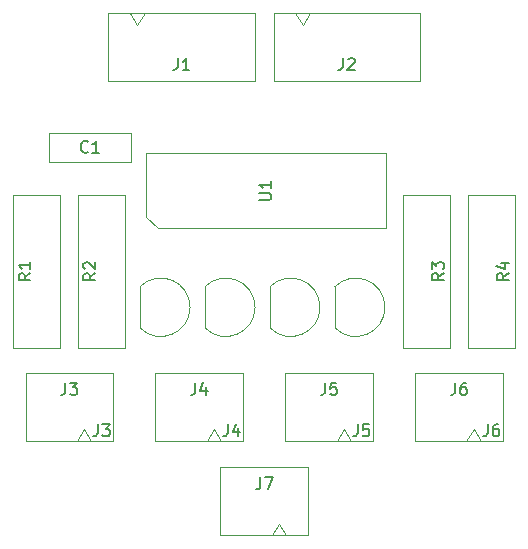
<source format=gbr>
G04 #@! TF.GenerationSoftware,KiCad,Pcbnew,5.1.6-c6e7f7d~87~ubuntu20.04.1*
G04 #@! TF.CreationDate,2020-08-21T14:36:32+01:00*
G04 #@! TF.ProjectId,4_switch_array,345f7377-6974-4636-985f-61727261792e,rev?*
G04 #@! TF.SameCoordinates,Original*
G04 #@! TF.FileFunction,Other,Fab,Top*
%FSLAX46Y46*%
G04 Gerber Fmt 4.6, Leading zero omitted, Abs format (unit mm)*
G04 Created by KiCad (PCBNEW 5.1.6-c6e7f7d~87~ubuntu20.04.1) date 2020-08-21 14:36:32*
%MOMM*%
%LPD*%
G01*
G04 APERTURE LIST*
%ADD10C,0.100000*%
%ADD11C,0.150000*%
G04 APERTURE END LIST*
D10*
X136730000Y-52865000D02*
X136730000Y-47515000D01*
X136730000Y-47515000D02*
X157050000Y-47515000D01*
X157050000Y-47515000D02*
X157050000Y-53865000D01*
X157050000Y-53865000D02*
X137730000Y-53865000D01*
X137730000Y-53865000D02*
X136730000Y-52865000D01*
X164500000Y-70850000D02*
X163875000Y-71850000D01*
X165125000Y-71850000D02*
X164500000Y-70850000D01*
X159550000Y-71850000D02*
X166950000Y-71850000D01*
X159550000Y-66100000D02*
X159550000Y-71850000D01*
X166950000Y-66100000D02*
X159550000Y-66100000D01*
X166950000Y-71850000D02*
X166950000Y-66100000D01*
X135500000Y-48250000D02*
X135500000Y-45750000D01*
X135500000Y-45750000D02*
X128500000Y-45750000D01*
X128500000Y-45750000D02*
X128500000Y-48250000D01*
X128500000Y-48250000D02*
X135500000Y-48250000D01*
X129500000Y-64000000D02*
X129500000Y-51000000D01*
X125500000Y-64000000D02*
X129500000Y-64000000D01*
X125500000Y-51000000D02*
X125500000Y-64000000D01*
X129500000Y-51000000D02*
X125500000Y-51000000D01*
X162500000Y-64000000D02*
X162500000Y-51000000D01*
X158500000Y-64000000D02*
X162500000Y-64000000D01*
X158500000Y-51000000D02*
X158500000Y-64000000D01*
X162500000Y-51000000D02*
X158500000Y-51000000D01*
X135000000Y-64000000D02*
X135000000Y-51000000D01*
X131000000Y-64000000D02*
X135000000Y-64000000D01*
X131000000Y-51000000D02*
X131000000Y-64000000D01*
X135000000Y-51000000D02*
X131000000Y-51000000D01*
X168000000Y-64000000D02*
X168000000Y-51000000D01*
X164000000Y-64000000D02*
X168000000Y-64000000D01*
X164000000Y-51000000D02*
X164000000Y-64000000D01*
X168000000Y-51000000D02*
X164000000Y-51000000D01*
X141750000Y-58800000D02*
X141750000Y-62300000D01*
X141746375Y-62293625D02*
G75*
G03*
X145980000Y-60540000I1753625J1753625D01*
G01*
X141746375Y-58786375D02*
G75*
G02*
X145980000Y-60540000I1753625J-1753625D01*
G01*
X152750000Y-58800000D02*
X152750000Y-62300000D01*
X152746375Y-62293625D02*
G75*
G03*
X156980000Y-60540000I1753625J1753625D01*
G01*
X152746375Y-58786375D02*
G75*
G02*
X156980000Y-60540000I1753625J-1753625D01*
G01*
X136250000Y-58800000D02*
X136250000Y-62300000D01*
X136246375Y-62293625D02*
G75*
G03*
X140480000Y-60540000I1753625J1753625D01*
G01*
X136246375Y-58786375D02*
G75*
G02*
X140480000Y-60540000I1753625J-1753625D01*
G01*
X147250000Y-58800000D02*
X147250000Y-62300000D01*
X147246375Y-62293625D02*
G75*
G03*
X151480000Y-60540000I1753625J1753625D01*
G01*
X147246375Y-58786375D02*
G75*
G02*
X151480000Y-60540000I1753625J-1753625D01*
G01*
X150450000Y-79850000D02*
X150450000Y-74100000D01*
X150450000Y-74100000D02*
X143050000Y-74100000D01*
X143050000Y-74100000D02*
X143050000Y-79850000D01*
X143050000Y-79850000D02*
X150450000Y-79850000D01*
X148625000Y-79850000D02*
X148000000Y-78850000D01*
X148000000Y-78850000D02*
X147375000Y-79850000D01*
X142500000Y-70850000D02*
X141875000Y-71850000D01*
X143125000Y-71850000D02*
X142500000Y-70850000D01*
X137550000Y-71850000D02*
X144950000Y-71850000D01*
X137550000Y-66100000D02*
X137550000Y-71850000D01*
X144950000Y-66100000D02*
X137550000Y-66100000D01*
X144950000Y-71850000D02*
X144950000Y-66100000D01*
X153500000Y-70850000D02*
X152875000Y-71850000D01*
X154125000Y-71850000D02*
X153500000Y-70850000D01*
X148550000Y-71850000D02*
X155950000Y-71850000D01*
X148550000Y-66100000D02*
X148550000Y-71850000D01*
X155950000Y-66100000D02*
X148550000Y-66100000D01*
X155950000Y-71850000D02*
X155950000Y-66100000D01*
X131500000Y-70850000D02*
X130875000Y-71850000D01*
X132125000Y-71850000D02*
X131500000Y-70850000D01*
X126550000Y-71850000D02*
X133950000Y-71850000D01*
X126550000Y-66100000D02*
X126550000Y-71850000D01*
X133950000Y-66100000D02*
X126550000Y-66100000D01*
X133950000Y-71850000D02*
X133950000Y-66100000D01*
X147550000Y-35650000D02*
X147550000Y-41400000D01*
X147550000Y-41400000D02*
X159950000Y-41400000D01*
X159950000Y-41400000D02*
X159950000Y-35650000D01*
X159950000Y-35650000D02*
X147550000Y-35650000D01*
X149375000Y-35650000D02*
X150000000Y-36650000D01*
X150000000Y-36650000D02*
X150625000Y-35650000D01*
X133550000Y-35650000D02*
X133550000Y-41400000D01*
X133550000Y-41400000D02*
X145950000Y-41400000D01*
X145950000Y-41400000D02*
X145950000Y-35650000D01*
X145950000Y-35650000D02*
X133550000Y-35650000D01*
X135375000Y-35650000D02*
X136000000Y-36650000D01*
X136000000Y-36650000D02*
X136625000Y-35650000D01*
D11*
X146342380Y-51451904D02*
X147151904Y-51451904D01*
X147247142Y-51404285D01*
X147294761Y-51356666D01*
X147342380Y-51261428D01*
X147342380Y-51070952D01*
X147294761Y-50975714D01*
X147247142Y-50928095D01*
X147151904Y-50880476D01*
X146342380Y-50880476D01*
X147342380Y-49880476D02*
X147342380Y-50451904D01*
X147342380Y-50166190D02*
X146342380Y-50166190D01*
X146485238Y-50261428D01*
X146580476Y-50356666D01*
X146628095Y-50451904D01*
X165666666Y-70452380D02*
X165666666Y-71166666D01*
X165619047Y-71309523D01*
X165523809Y-71404761D01*
X165380952Y-71452380D01*
X165285714Y-71452380D01*
X166571428Y-70452380D02*
X166380952Y-70452380D01*
X166285714Y-70500000D01*
X166238095Y-70547619D01*
X166142857Y-70690476D01*
X166095238Y-70880952D01*
X166095238Y-71261904D01*
X166142857Y-71357142D01*
X166190476Y-71404761D01*
X166285714Y-71452380D01*
X166476190Y-71452380D01*
X166571428Y-71404761D01*
X166619047Y-71357142D01*
X166666666Y-71261904D01*
X166666666Y-71023809D01*
X166619047Y-70928571D01*
X166571428Y-70880952D01*
X166476190Y-70833333D01*
X166285714Y-70833333D01*
X166190476Y-70880952D01*
X166142857Y-70928571D01*
X166095238Y-71023809D01*
X162916666Y-66952380D02*
X162916666Y-67666666D01*
X162869047Y-67809523D01*
X162773809Y-67904761D01*
X162630952Y-67952380D01*
X162535714Y-67952380D01*
X163821428Y-66952380D02*
X163630952Y-66952380D01*
X163535714Y-67000000D01*
X163488095Y-67047619D01*
X163392857Y-67190476D01*
X163345238Y-67380952D01*
X163345238Y-67761904D01*
X163392857Y-67857142D01*
X163440476Y-67904761D01*
X163535714Y-67952380D01*
X163726190Y-67952380D01*
X163821428Y-67904761D01*
X163869047Y-67857142D01*
X163916666Y-67761904D01*
X163916666Y-67523809D01*
X163869047Y-67428571D01*
X163821428Y-67380952D01*
X163726190Y-67333333D01*
X163535714Y-67333333D01*
X163440476Y-67380952D01*
X163392857Y-67428571D01*
X163345238Y-67523809D01*
X131833333Y-47357142D02*
X131785714Y-47404761D01*
X131642857Y-47452380D01*
X131547619Y-47452380D01*
X131404761Y-47404761D01*
X131309523Y-47309523D01*
X131261904Y-47214285D01*
X131214285Y-47023809D01*
X131214285Y-46880952D01*
X131261904Y-46690476D01*
X131309523Y-46595238D01*
X131404761Y-46500000D01*
X131547619Y-46452380D01*
X131642857Y-46452380D01*
X131785714Y-46500000D01*
X131833333Y-46547619D01*
X132785714Y-47452380D02*
X132214285Y-47452380D01*
X132500000Y-47452380D02*
X132500000Y-46452380D01*
X132404761Y-46595238D01*
X132309523Y-46690476D01*
X132214285Y-46738095D01*
X126952380Y-57666666D02*
X126476190Y-58000000D01*
X126952380Y-58238095D02*
X125952380Y-58238095D01*
X125952380Y-57857142D01*
X126000000Y-57761904D01*
X126047619Y-57714285D01*
X126142857Y-57666666D01*
X126285714Y-57666666D01*
X126380952Y-57714285D01*
X126428571Y-57761904D01*
X126476190Y-57857142D01*
X126476190Y-58238095D01*
X126952380Y-56714285D02*
X126952380Y-57285714D01*
X126952380Y-57000000D02*
X125952380Y-57000000D01*
X126095238Y-57095238D01*
X126190476Y-57190476D01*
X126238095Y-57285714D01*
X161952380Y-57666666D02*
X161476190Y-58000000D01*
X161952380Y-58238095D02*
X160952380Y-58238095D01*
X160952380Y-57857142D01*
X161000000Y-57761904D01*
X161047619Y-57714285D01*
X161142857Y-57666666D01*
X161285714Y-57666666D01*
X161380952Y-57714285D01*
X161428571Y-57761904D01*
X161476190Y-57857142D01*
X161476190Y-58238095D01*
X160952380Y-57333333D02*
X160952380Y-56714285D01*
X161333333Y-57047619D01*
X161333333Y-56904761D01*
X161380952Y-56809523D01*
X161428571Y-56761904D01*
X161523809Y-56714285D01*
X161761904Y-56714285D01*
X161857142Y-56761904D01*
X161904761Y-56809523D01*
X161952380Y-56904761D01*
X161952380Y-57190476D01*
X161904761Y-57285714D01*
X161857142Y-57333333D01*
X132452380Y-57666666D02*
X131976190Y-58000000D01*
X132452380Y-58238095D02*
X131452380Y-58238095D01*
X131452380Y-57857142D01*
X131500000Y-57761904D01*
X131547619Y-57714285D01*
X131642857Y-57666666D01*
X131785714Y-57666666D01*
X131880952Y-57714285D01*
X131928571Y-57761904D01*
X131976190Y-57857142D01*
X131976190Y-58238095D01*
X131547619Y-57285714D02*
X131500000Y-57238095D01*
X131452380Y-57142857D01*
X131452380Y-56904761D01*
X131500000Y-56809523D01*
X131547619Y-56761904D01*
X131642857Y-56714285D01*
X131738095Y-56714285D01*
X131880952Y-56761904D01*
X132452380Y-57333333D01*
X132452380Y-56714285D01*
X167452380Y-57666666D02*
X166976190Y-58000000D01*
X167452380Y-58238095D02*
X166452380Y-58238095D01*
X166452380Y-57857142D01*
X166500000Y-57761904D01*
X166547619Y-57714285D01*
X166642857Y-57666666D01*
X166785714Y-57666666D01*
X166880952Y-57714285D01*
X166928571Y-57761904D01*
X166976190Y-57857142D01*
X166976190Y-58238095D01*
X166785714Y-56809523D02*
X167452380Y-56809523D01*
X166404761Y-57047619D02*
X167119047Y-57285714D01*
X167119047Y-56666666D01*
X146416666Y-74952380D02*
X146416666Y-75666666D01*
X146369047Y-75809523D01*
X146273809Y-75904761D01*
X146130952Y-75952380D01*
X146035714Y-75952380D01*
X146797619Y-74952380D02*
X147464285Y-74952380D01*
X147035714Y-75952380D01*
X143666666Y-70452380D02*
X143666666Y-71166666D01*
X143619047Y-71309523D01*
X143523809Y-71404761D01*
X143380952Y-71452380D01*
X143285714Y-71452380D01*
X144571428Y-70785714D02*
X144571428Y-71452380D01*
X144333333Y-70404761D02*
X144095238Y-71119047D01*
X144714285Y-71119047D01*
X140916666Y-66952380D02*
X140916666Y-67666666D01*
X140869047Y-67809523D01*
X140773809Y-67904761D01*
X140630952Y-67952380D01*
X140535714Y-67952380D01*
X141821428Y-67285714D02*
X141821428Y-67952380D01*
X141583333Y-66904761D02*
X141345238Y-67619047D01*
X141964285Y-67619047D01*
X154666666Y-70452380D02*
X154666666Y-71166666D01*
X154619047Y-71309523D01*
X154523809Y-71404761D01*
X154380952Y-71452380D01*
X154285714Y-71452380D01*
X155619047Y-70452380D02*
X155142857Y-70452380D01*
X155095238Y-70928571D01*
X155142857Y-70880952D01*
X155238095Y-70833333D01*
X155476190Y-70833333D01*
X155571428Y-70880952D01*
X155619047Y-70928571D01*
X155666666Y-71023809D01*
X155666666Y-71261904D01*
X155619047Y-71357142D01*
X155571428Y-71404761D01*
X155476190Y-71452380D01*
X155238095Y-71452380D01*
X155142857Y-71404761D01*
X155095238Y-71357142D01*
X151916666Y-66952380D02*
X151916666Y-67666666D01*
X151869047Y-67809523D01*
X151773809Y-67904761D01*
X151630952Y-67952380D01*
X151535714Y-67952380D01*
X152869047Y-66952380D02*
X152392857Y-66952380D01*
X152345238Y-67428571D01*
X152392857Y-67380952D01*
X152488095Y-67333333D01*
X152726190Y-67333333D01*
X152821428Y-67380952D01*
X152869047Y-67428571D01*
X152916666Y-67523809D01*
X152916666Y-67761904D01*
X152869047Y-67857142D01*
X152821428Y-67904761D01*
X152726190Y-67952380D01*
X152488095Y-67952380D01*
X152392857Y-67904761D01*
X152345238Y-67857142D01*
X132666666Y-70452380D02*
X132666666Y-71166666D01*
X132619047Y-71309523D01*
X132523809Y-71404761D01*
X132380952Y-71452380D01*
X132285714Y-71452380D01*
X133047619Y-70452380D02*
X133666666Y-70452380D01*
X133333333Y-70833333D01*
X133476190Y-70833333D01*
X133571428Y-70880952D01*
X133619047Y-70928571D01*
X133666666Y-71023809D01*
X133666666Y-71261904D01*
X133619047Y-71357142D01*
X133571428Y-71404761D01*
X133476190Y-71452380D01*
X133190476Y-71452380D01*
X133095238Y-71404761D01*
X133047619Y-71357142D01*
X129916666Y-66952380D02*
X129916666Y-67666666D01*
X129869047Y-67809523D01*
X129773809Y-67904761D01*
X129630952Y-67952380D01*
X129535714Y-67952380D01*
X130297619Y-66952380D02*
X130916666Y-66952380D01*
X130583333Y-67333333D01*
X130726190Y-67333333D01*
X130821428Y-67380952D01*
X130869047Y-67428571D01*
X130916666Y-67523809D01*
X130916666Y-67761904D01*
X130869047Y-67857142D01*
X130821428Y-67904761D01*
X130726190Y-67952380D01*
X130440476Y-67952380D01*
X130345238Y-67904761D01*
X130297619Y-67857142D01*
X153416666Y-39452380D02*
X153416666Y-40166666D01*
X153369047Y-40309523D01*
X153273809Y-40404761D01*
X153130952Y-40452380D01*
X153035714Y-40452380D01*
X153845238Y-39547619D02*
X153892857Y-39500000D01*
X153988095Y-39452380D01*
X154226190Y-39452380D01*
X154321428Y-39500000D01*
X154369047Y-39547619D01*
X154416666Y-39642857D01*
X154416666Y-39738095D01*
X154369047Y-39880952D01*
X153797619Y-40452380D01*
X154416666Y-40452380D01*
X139416666Y-39452380D02*
X139416666Y-40166666D01*
X139369047Y-40309523D01*
X139273809Y-40404761D01*
X139130952Y-40452380D01*
X139035714Y-40452380D01*
X140416666Y-40452380D02*
X139845238Y-40452380D01*
X140130952Y-40452380D02*
X140130952Y-39452380D01*
X140035714Y-39595238D01*
X139940476Y-39690476D01*
X139845238Y-39738095D01*
M02*

</source>
